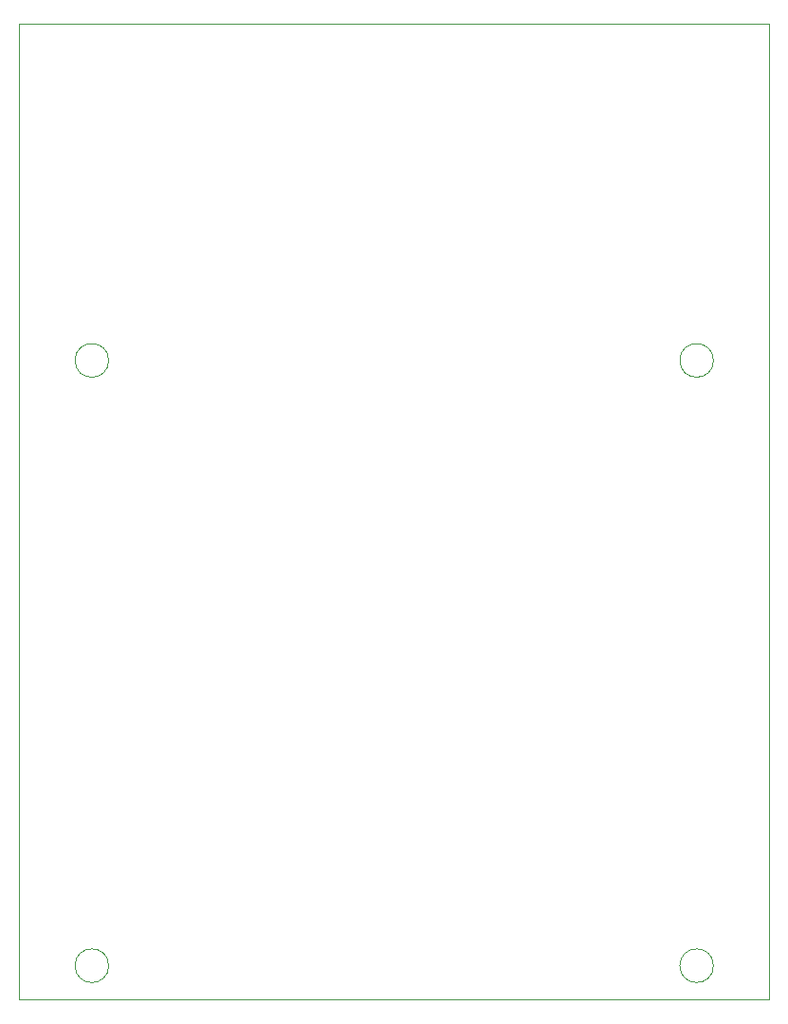
<source format=gm1>
%TF.GenerationSoftware,KiCad,Pcbnew,9.0.3*%
%TF.CreationDate,2025-07-31T09:26:23+09:00*%
%TF.ProjectId,OnStepJuwei17,4f6e5374-6570-44a7-9577-656931372e6b,rev?*%
%TF.SameCoordinates,Original*%
%TF.FileFunction,Profile,NP*%
%FSLAX46Y46*%
G04 Gerber Fmt 4.6, Leading zero omitted, Abs format (unit mm)*
G04 Created by KiCad (PCBNEW 9.0.3) date 2025-07-31 09:26:23*
%MOMM*%
%LPD*%
G01*
G04 APERTURE LIST*
%TA.AperFunction,Profile*%
%ADD10C,0.050000*%
%TD*%
G04 APERTURE END LIST*
D10*
X50500000Y-137000000D02*
X117500000Y-137000000D01*
X117500000Y-137000000D02*
X117500000Y-50000000D01*
X112500000Y-134000000D02*
G75*
G02*
X109500000Y-134000000I-1500000J0D01*
G01*
X109500000Y-134000000D02*
G75*
G02*
X112500000Y-134000000I1500000J0D01*
G01*
X58500000Y-80000000D02*
G75*
G02*
X55500000Y-80000000I-1500000J0D01*
G01*
X55500000Y-80000000D02*
G75*
G02*
X58500000Y-80000000I1500000J0D01*
G01*
X117500000Y-50000000D02*
X50500000Y-50000000D01*
X50500000Y-50000000D02*
X50500000Y-137000000D01*
X112500000Y-80000000D02*
G75*
G02*
X109500000Y-80000000I-1500000J0D01*
G01*
X109500000Y-80000000D02*
G75*
G02*
X112500000Y-80000000I1500000J0D01*
G01*
X58500000Y-134000000D02*
G75*
G02*
X55500000Y-134000000I-1500000J0D01*
G01*
X55500000Y-134000000D02*
G75*
G02*
X58500000Y-134000000I1500000J0D01*
G01*
M02*

</source>
